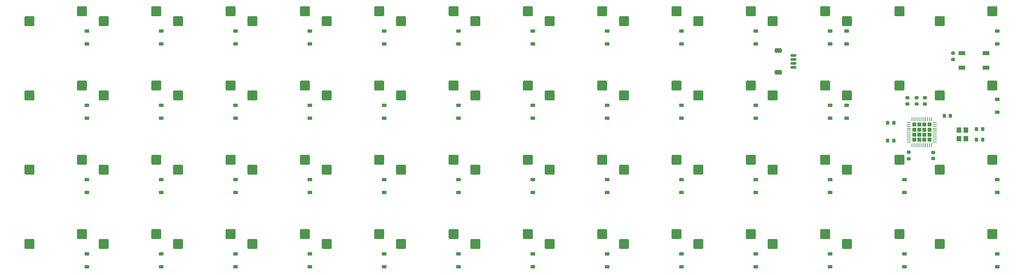
<source format=gbr>
%TF.GenerationSoftware,KiCad,Pcbnew,7.0.1-0*%
%TF.CreationDate,2023-05-19T13:37:57-05:00*%
%TF.ProjectId,pcb,7063622e-6b69-4636-9164-5f7063625858,rev?*%
%TF.SameCoordinates,Original*%
%TF.FileFunction,Paste,Bot*%
%TF.FilePolarity,Positive*%
%FSLAX46Y46*%
G04 Gerber Fmt 4.6, Leading zero omitted, Abs format (unit mm)*
G04 Created by KiCad (PCBNEW 7.0.1-0) date 2023-05-19 13:37:57*
%MOMM*%
%LPD*%
G01*
G04 APERTURE LIST*
G04 Aperture macros list*
%AMRoundRect*
0 Rectangle with rounded corners*
0 $1 Rounding radius*
0 $2 $3 $4 $5 $6 $7 $8 $9 X,Y pos of 4 corners*
0 Add a 4 corners polygon primitive as box body*
4,1,4,$2,$3,$4,$5,$6,$7,$8,$9,$2,$3,0*
0 Add four circle primitives for the rounded corners*
1,1,$1+$1,$2,$3*
1,1,$1+$1,$4,$5*
1,1,$1+$1,$6,$7*
1,1,$1+$1,$8,$9*
0 Add four rect primitives between the rounded corners*
20,1,$1+$1,$2,$3,$4,$5,0*
20,1,$1+$1,$4,$5,$6,$7,0*
20,1,$1+$1,$6,$7,$8,$9,0*
20,1,$1+$1,$8,$9,$2,$3,0*%
G04 Aperture macros list end*
%ADD10RoundRect,0.250000X-0.275000X0.275000X-0.275000X-0.275000X0.275000X-0.275000X0.275000X0.275000X0*%
%ADD11RoundRect,0.062500X-0.062500X0.475000X-0.062500X-0.475000X0.062500X-0.475000X0.062500X0.475000X0*%
%ADD12RoundRect,0.062500X-0.475000X0.062500X-0.475000X-0.062500X0.475000X-0.062500X0.475000X0.062500X0*%
%ADD13RoundRect,0.250000X1.025000X1.000000X-1.025000X1.000000X-1.025000X-1.000000X1.025000X-1.000000X0*%
%ADD14RoundRect,0.200000X0.275000X-0.200000X0.275000X0.200000X-0.275000X0.200000X-0.275000X-0.200000X0*%
%ADD15RoundRect,0.200000X-0.275000X0.200000X-0.275000X-0.200000X0.275000X-0.200000X0.275000X0.200000X0*%
%ADD16RoundRect,0.225000X-0.225000X-0.250000X0.225000X-0.250000X0.225000X0.250000X-0.225000X0.250000X0*%
%ADD17RoundRect,0.225000X0.250000X-0.225000X0.250000X0.225000X-0.250000X0.225000X-0.250000X-0.225000X0*%
%ADD18RoundRect,0.225000X-0.250000X0.225000X-0.250000X-0.225000X0.250000X-0.225000X0.250000X0.225000X0*%
%ADD19RoundRect,0.225000X0.225000X0.250000X-0.225000X0.250000X-0.225000X-0.250000X0.225000X-0.250000X0*%
%ADD20RoundRect,0.225000X0.375000X-0.225000X0.375000X0.225000X-0.375000X0.225000X-0.375000X-0.225000X0*%
%ADD21R,1.200000X1.400000*%
%ADD22RoundRect,0.150000X0.625000X-0.150000X0.625000X0.150000X-0.625000X0.150000X-0.625000X-0.150000X0*%
%ADD23RoundRect,0.250000X0.650000X-0.350000X0.650000X0.350000X-0.650000X0.350000X-0.650000X-0.350000X0*%
%ADD24R,1.800000X1.100000*%
G04 APERTURE END LIST*
D10*
%TO.C,U1*%
X256350000Y-53750000D03*
X257650000Y-53750000D03*
X258950000Y-53750000D03*
X260250000Y-53750000D03*
X256350000Y-55050000D03*
X257650000Y-55050000D03*
X258950000Y-55050000D03*
X260250000Y-55050000D03*
X256350000Y-56350000D03*
X257650000Y-56350000D03*
X258950000Y-56350000D03*
X260250000Y-56350000D03*
X256350000Y-57650000D03*
X257650000Y-57650000D03*
X258950000Y-57650000D03*
X260250000Y-57650000D03*
D11*
X255800000Y-52362500D03*
X256300000Y-52362500D03*
X256800000Y-52362500D03*
X257300000Y-52362500D03*
X257800000Y-52362500D03*
X258300000Y-52362500D03*
X258800000Y-52362500D03*
X259300000Y-52362500D03*
X259800000Y-52362500D03*
X260300000Y-52362500D03*
X260800000Y-52362500D03*
D12*
X261637500Y-53200000D03*
X261637500Y-53700000D03*
X261637500Y-54200000D03*
X261637500Y-54700000D03*
X261637500Y-55200000D03*
X261637500Y-55700000D03*
X261637500Y-56200000D03*
X261637500Y-56700000D03*
X261637500Y-57200000D03*
X261637500Y-57700000D03*
X261637500Y-58200000D03*
D11*
X260800000Y-59037500D03*
X260300000Y-59037500D03*
X259800000Y-59037500D03*
X259300000Y-59037500D03*
X258800000Y-59037500D03*
X258300000Y-59037500D03*
X257800000Y-59037500D03*
X257300000Y-59037500D03*
X256800000Y-59037500D03*
X256300000Y-59037500D03*
X255800000Y-59037500D03*
D12*
X254962500Y-58200000D03*
X254962500Y-57700000D03*
X254962500Y-57200000D03*
X254962500Y-56700000D03*
X254962500Y-56200000D03*
X254962500Y-55700000D03*
X254962500Y-55200000D03*
X254962500Y-54700000D03*
X254962500Y-54200000D03*
X254962500Y-53700000D03*
X254962500Y-53200000D03*
%TD*%
D13*
%TO.C,MX38*%
X239099582Y-65325682D03*
X252549582Y-62785682D03*
%TD*%
%TO.C,MX25*%
X239099582Y-46275666D03*
X252549582Y-43735666D03*
%TD*%
D14*
%TO.C,RSW1*%
X266250000Y-37075000D03*
X266250000Y-35425000D03*
%TD*%
D15*
%TO.C,R3*%
X257010000Y-46850000D03*
X257010000Y-48500000D03*
%TD*%
D14*
%TO.C,R2*%
X254600000Y-48500000D03*
X254600000Y-46850000D03*
%TD*%
%TO.C,R1*%
X254950000Y-60850000D03*
X254950000Y-62500000D03*
%TD*%
D16*
%TO.C,CX2*%
X272325000Y-57625000D03*
X273875000Y-57625000D03*
%TD*%
%TO.C,CX1*%
X272325000Y-54925000D03*
X273875000Y-54925000D03*
%TD*%
D17*
%TO.C,C5*%
X259125000Y-48450000D03*
X259125000Y-46900000D03*
%TD*%
D16*
%TO.C,C4*%
X264075000Y-51525000D03*
X265625000Y-51525000D03*
%TD*%
D18*
%TO.C,C3*%
X261200000Y-60900000D03*
X261200000Y-62450000D03*
%TD*%
D19*
%TO.C,C2*%
X249550000Y-57900000D03*
X251100000Y-57900000D03*
%TD*%
%TO.C,C1*%
X251100000Y-53325000D03*
X249550000Y-53325000D03*
%TD*%
D20*
%TO.C,D7*%
X158606252Y-33075000D03*
X158606252Y-29775000D03*
%TD*%
%TO.C,D8*%
X177656252Y-33075000D03*
X177656252Y-29775000D03*
%TD*%
%TO.C,D14*%
X44306252Y-52125000D03*
X44306252Y-48825000D03*
%TD*%
D13*
%TO.C,MX42*%
X67649438Y-84375698D03*
X81099438Y-81835698D03*
%TD*%
D20*
%TO.C,D35*%
X196706252Y-71200000D03*
X196706252Y-67900000D03*
%TD*%
%TO.C,D11*%
X234806252Y-33075000D03*
X234806252Y-29775000D03*
%TD*%
D13*
%TO.C,MX9*%
X181949534Y-27225650D03*
X195399534Y-24685650D03*
%TD*%
%TO.C,MX3*%
X67649438Y-27225650D03*
X81099438Y-24685650D03*
%TD*%
D20*
%TO.C,D39*%
X277668748Y-71200000D03*
X277668748Y-67900000D03*
%TD*%
D13*
%TO.C,MX41*%
X48599422Y-84375698D03*
X62049422Y-81835698D03*
%TD*%
%TO.C,MX22*%
X181949534Y-46275666D03*
X195399534Y-43735666D03*
%TD*%
%TO.C,MX49*%
X200999550Y-84375698D03*
X214449550Y-81835698D03*
%TD*%
D20*
%TO.C,D46*%
X158606252Y-90200000D03*
X158606252Y-86900000D03*
%TD*%
%TO.C,D40*%
X44306252Y-90200000D03*
X44306252Y-86900000D03*
%TD*%
D13*
%TO.C,MX10*%
X200999550Y-27225650D03*
X214449550Y-24685650D03*
%TD*%
D20*
%TO.C,D4*%
X101456252Y-33075000D03*
X101456252Y-29775000D03*
%TD*%
D21*
%TO.C,Y1*%
X269550000Y-55200000D03*
X269550000Y-57400000D03*
X267850000Y-57400000D03*
X267850000Y-55200000D03*
%TD*%
D13*
%TO.C,MX19*%
X124799486Y-46275666D03*
X138249486Y-43735666D03*
%TD*%
D20*
%TO.C,D29*%
X82406252Y-71200000D03*
X82406252Y-67900000D03*
%TD*%
D13*
%TO.C,MX21*%
X162899518Y-46275666D03*
X176349518Y-43735666D03*
%TD*%
D20*
%TO.C,D24*%
X234806252Y-52125000D03*
X234806252Y-48825000D03*
%TD*%
%TO.C,D31*%
X120506252Y-71200000D03*
X120506252Y-67900000D03*
%TD*%
%TO.C,D45*%
X139556252Y-90200000D03*
X139556252Y-86900000D03*
%TD*%
%TO.C,D16*%
X82406252Y-52125000D03*
X82406252Y-48825000D03*
%TD*%
%TO.C,D41*%
X63356252Y-90200000D03*
X63356252Y-86900000D03*
%TD*%
D13*
%TO.C,MX16*%
X67649438Y-46275666D03*
X81099438Y-43735666D03*
%TD*%
D20*
%TO.C,D13*%
X277668748Y-33075000D03*
X277668748Y-29775000D03*
%TD*%
D13*
%TO.C,MX32*%
X124799486Y-65325682D03*
X138249486Y-62785682D03*
%TD*%
D20*
%TO.C,D49*%
X215756252Y-90200000D03*
X215756252Y-86900000D03*
%TD*%
D13*
%TO.C,MX8*%
X162899518Y-27225650D03*
X176349518Y-24685650D03*
%TD*%
D20*
%TO.C,D51*%
X253856252Y-90200000D03*
X253856252Y-86900000D03*
%TD*%
%TO.C,D50*%
X234806252Y-90200000D03*
X234806252Y-86900000D03*
%TD*%
%TO.C,D52*%
X277668748Y-90200000D03*
X277668748Y-86900000D03*
%TD*%
D13*
%TO.C,MX33*%
X143849502Y-65325682D03*
X157299502Y-62785682D03*
%TD*%
D20*
%TO.C,D37*%
X234806252Y-71200000D03*
X234806252Y-67900000D03*
%TD*%
%TO.C,D3*%
X82406252Y-33075000D03*
X82406252Y-29775000D03*
%TD*%
D13*
%TO.C,MX37*%
X220049566Y-65325682D03*
X233499566Y-62785682D03*
%TD*%
D20*
%TO.C,D18*%
X120506252Y-52125000D03*
X120506252Y-48825000D03*
%TD*%
%TO.C,D28*%
X63356252Y-71200000D03*
X63356252Y-67900000D03*
%TD*%
D13*
%TO.C,MX34*%
X162899518Y-65325682D03*
X176349518Y-62785682D03*
%TD*%
%TO.C,MX28*%
X48599422Y-65325682D03*
X62049422Y-62785682D03*
%TD*%
%TO.C,MX47*%
X162899518Y-84375698D03*
X176349518Y-81835698D03*
%TD*%
D20*
%TO.C,D32*%
X139556252Y-71200000D03*
X139556252Y-67900000D03*
%TD*%
D13*
%TO.C,MX45*%
X124799486Y-84375698D03*
X138249486Y-81835698D03*
%TD*%
D20*
%TO.C,D5*%
X120506252Y-33075000D03*
X120506252Y-29775000D03*
%TD*%
D13*
%TO.C,MX4*%
X86699454Y-27225650D03*
X100149454Y-24685650D03*
%TD*%
D20*
%TO.C,D27*%
X44306252Y-71200000D03*
X44306252Y-67900000D03*
%TD*%
D13*
%TO.C,MX29*%
X67649438Y-65325682D03*
X81099438Y-62785682D03*
%TD*%
%TO.C,MX7*%
X143849502Y-27225650D03*
X157299502Y-24685650D03*
%TD*%
D20*
%TO.C,D48*%
X196706252Y-90200000D03*
X196706252Y-86900000D03*
%TD*%
%TO.C,D34*%
X177656252Y-71200000D03*
X177656252Y-67900000D03*
%TD*%
D13*
%TO.C,MX18*%
X105749470Y-46275666D03*
X119199470Y-43735666D03*
%TD*%
D20*
%TO.C,D20*%
X158606252Y-52125000D03*
X158606252Y-48825000D03*
%TD*%
D13*
%TO.C,MX39*%
X262912102Y-65325682D03*
X276362102Y-62785682D03*
%TD*%
D22*
%TO.C,J3*%
X225381252Y-39050000D03*
X225381252Y-38050000D03*
X225381252Y-37050000D03*
X225381252Y-36050000D03*
D23*
X221506252Y-40350000D03*
X221506252Y-34750000D03*
%TD*%
D13*
%TO.C,MX24*%
X220049566Y-46275666D03*
X233499566Y-43735666D03*
%TD*%
D20*
%TO.C,D19*%
X139556252Y-52125000D03*
X139556252Y-48825000D03*
%TD*%
D13*
%TO.C,MX43*%
X86699454Y-84375698D03*
X100149454Y-81835698D03*
%TD*%
%TO.C,MX13*%
X262912102Y-27225650D03*
X276362102Y-24685650D03*
%TD*%
%TO.C,MX6*%
X124799486Y-27225650D03*
X138249486Y-24685650D03*
%TD*%
%TO.C,MX36*%
X200999550Y-65325682D03*
X214449550Y-62785682D03*
%TD*%
D20*
%TO.C,D6*%
X139556252Y-33075000D03*
X139556252Y-29775000D03*
%TD*%
D13*
%TO.C,MX30*%
X86699454Y-65325682D03*
X100149454Y-62785682D03*
%TD*%
D20*
%TO.C,D12*%
X239050000Y-33075000D03*
X239050000Y-29775000D03*
%TD*%
%TO.C,D30*%
X101456252Y-71200000D03*
X101456252Y-67900000D03*
%TD*%
%TO.C,D2*%
X63351252Y-33075000D03*
X63351252Y-29775000D03*
%TD*%
D13*
%TO.C,MX35*%
X181949534Y-65325682D03*
X195399534Y-62785682D03*
%TD*%
%TO.C,MX15*%
X48599422Y-46275666D03*
X62049422Y-43735666D03*
%TD*%
%TO.C,MX48*%
X181949534Y-84375698D03*
X195399534Y-81835698D03*
%TD*%
D20*
%TO.C,D33*%
X158606252Y-71200000D03*
X158606252Y-67900000D03*
%TD*%
D13*
%TO.C,MX31*%
X105749470Y-65325682D03*
X119199470Y-62785682D03*
%TD*%
D20*
%TO.C,D22*%
X196706252Y-52125000D03*
X196706252Y-48825000D03*
%TD*%
D13*
%TO.C,MX17*%
X86699454Y-46275666D03*
X100149454Y-43735666D03*
%TD*%
D20*
%TO.C,D36*%
X215756252Y-71200000D03*
X215756252Y-67900000D03*
%TD*%
D13*
%TO.C,MX51*%
X239099582Y-84375698D03*
X252549582Y-81835698D03*
%TD*%
%TO.C,MX44*%
X105749470Y-84375698D03*
X119199470Y-81835698D03*
%TD*%
%TO.C,MX27*%
X29549406Y-65325682D03*
X42999406Y-62785682D03*
%TD*%
%TO.C,MX40*%
X29549406Y-84375698D03*
X42999406Y-81835698D03*
%TD*%
%TO.C,MX12*%
X239099582Y-27225650D03*
X252549582Y-24685650D03*
%TD*%
D20*
%TO.C,D43*%
X101456252Y-90200000D03*
X101456252Y-86900000D03*
%TD*%
%TO.C,D47*%
X177656252Y-90200000D03*
X177656252Y-86900000D03*
%TD*%
D13*
%TO.C,MX11*%
X220049566Y-27225650D03*
X233499566Y-24685650D03*
%TD*%
D20*
%TO.C,D9*%
X196706252Y-33075000D03*
X196706252Y-29775000D03*
%TD*%
D13*
%TO.C,MX23*%
X200999550Y-46275666D03*
X214449550Y-43735666D03*
%TD*%
%TO.C,MX52*%
X262912102Y-84375698D03*
X276362102Y-81835698D03*
%TD*%
D20*
%TO.C,D1*%
X44311252Y-33052500D03*
X44311252Y-29752500D03*
%TD*%
%TO.C,D21*%
X177656252Y-52125000D03*
X177656252Y-48825000D03*
%TD*%
D13*
%TO.C,MX2*%
X48599422Y-27225650D03*
X62049422Y-24685650D03*
%TD*%
%TO.C,MX50*%
X220049566Y-84375698D03*
X233499566Y-81835698D03*
%TD*%
D20*
%TO.C,D38*%
X253856252Y-71200000D03*
X253856252Y-67900000D03*
%TD*%
D13*
%TO.C,MX20*%
X143849502Y-46275666D03*
X157299502Y-43735666D03*
%TD*%
%TO.C,MX26*%
X262912102Y-46275666D03*
X276362102Y-43735666D03*
%TD*%
D20*
%TO.C,D15*%
X63356252Y-52125000D03*
X63356252Y-48825000D03*
%TD*%
D13*
%TO.C,MX1*%
X29549406Y-27225650D03*
X42999406Y-24685650D03*
%TD*%
D24*
%TO.C,SW1*%
X274750000Y-35475000D03*
X268550000Y-39175000D03*
X274750000Y-39175000D03*
X268550000Y-35475000D03*
%TD*%
D20*
%TO.C,D23*%
X215756252Y-52125000D03*
X215756252Y-48825000D03*
%TD*%
%TO.C,D25*%
X239056252Y-52125000D03*
X239056252Y-48825000D03*
%TD*%
%TO.C,D42*%
X82406252Y-90200000D03*
X82406252Y-86900000D03*
%TD*%
%TO.C,D26*%
X277668748Y-50625000D03*
X277668748Y-47325000D03*
%TD*%
%TO.C,D10*%
X215756252Y-33075000D03*
X215756252Y-29775000D03*
%TD*%
D13*
%TO.C,MX5*%
X105749470Y-27225650D03*
X119199470Y-24685650D03*
%TD*%
D20*
%TO.C,D44*%
X120506252Y-90200000D03*
X120506252Y-86900000D03*
%TD*%
%TO.C,D17*%
X101456252Y-52125000D03*
X101456252Y-48825000D03*
%TD*%
D13*
%TO.C,MX46*%
X143849502Y-84375698D03*
X157299502Y-81835698D03*
%TD*%
%TO.C,MX14*%
X29549406Y-46275666D03*
X42999406Y-43735666D03*
%TD*%
M02*

</source>
